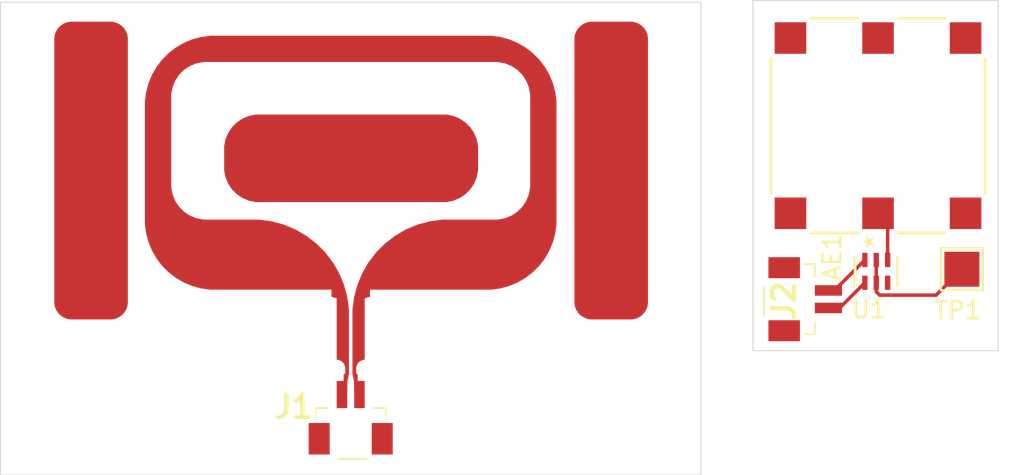
<source format=kicad_pcb>
(kicad_pcb (version 20241229) (generator "pcbnew") (generator_version "9.0")
  (layers (0 "F.Cu" signal) (2 "B.Cu" signal) (13 "F.Paste" user) (15 "B.Paste" user) (5 "F.SilkS" user "F.Silkscreen") (7 "B.SilkS" user "B.Silkscreen") (1 "F.Mask" user) (3 "B.Mask" user) (25 "Edge.Cuts" user))
  (net 0 "")
  (net 1 "Net-(U1-UNBALANCEDPORT)")
  (net 2 "/D_RFN")
  (net 3 "/C_RFP")
  (net 4 "/C_RFN")
  (net 5 "GND")
  (footprint "kjp_fplib:HHM-6_2P0X1P25" (layer "F.Cu") (at 80.010001 53.630001 -90)
    (property "Reference" "U1" (at 2.169999 0.410001 0) (layer "F.SilkS"))
    (property "Value" "HHM1595A1")
    (fp_line (start -0.8255 1.2065) (end 0.8255 1.2065) (stroke (width 0.1524)) (layer "F.SilkS"))
    (fp_line (start 0.8255 -1.2065) (end -0.8255 -1.2065) (stroke (width 0.1524)) (layer "F.SilkS"))
    (pad "1" smd rect (at -0.649999 -0.649999 270) (size 0.8128 0.3048) (layers "F.Cu" "F.Mask" "F.Paste") (net 1 "Net-(U1-UNBALANCEDPORT)"))
    (pad "2" smd rect (at -0.649999 0 270) (size 0.8128 0.3048) (layers "F.Cu" "F.Mask" "F.Paste") (net 5 "GND"))
    (pad "3" smd rect (at -0.649999 0.649999 270) (size 0.8128 0.3048) (layers "F.Cu" "F.Mask" "F.Paste") (net 4 "/C_RFN"))
    (pad "4" smd rect (at 0.649999 0.649999 270) (size 0.8128 0.3048) (layers "F.Cu" "F.Mask" "F.Paste") (net 3 "/C_RFP"))
    (pad "5" smd rect (at 0.649999 0 270) (size 0.8128 0.3048) (layers "F.Cu" "F.Mask" "F.Paste") (net 5 "GND"))
    (pad "6" smd rect (at 0.649999 -0.649999 270) (size 0.8128 0.3048) (layers "F.Cu" "F.Mask" "F.Paste"))
  )
  (footprint "kjp_fplib:BM02BSRSSTBLFSN" (layer "F.Cu") (at 75.44 55.22 -90)
    (property "Reference" "J2" (at 0.1 0.69 90) (layer "F.SilkS") (effects (font (size 1.27 1.27) (thickness 0.254))))
    (property "Value" "BM02B" (hide yes))
    (fp_line (start -0.7 1.838) (end 0.9 1.838) (stroke (width 0.1)) (layer "F.SilkS"))
    (fp_line (start -2 -1.062) (end -2 -0.437) (stroke (width 0.1)) (layer "F.SilkS"))
    (fp_line (start -1.3 -1.062) (end -2 -1.062) (stroke (width 0.1)) (layer "F.SilkS"))
    (fp_line (start 1.3 -1.062) (end 2 -1.062) (stroke (width 0.1)) (layer "F.SilkS"))
    (fp_line (start 2 -1.062) (end 2 -0.437) (stroke (width 0.1)) (layer "F.SilkS"))
    (pad "1" smd rect (at -0.5 -1.837 270) (size 0.6 1.55) (layers "F.Cu" "F.Mask" "F.Paste") (net 4 "/C_RFN"))
    (pad "2" smd rect (at 0.5 -1.837 270) (size 0.6 1.55) (layers "F.Cu" "F.Mask" "F.Paste") (net 3 "/C_RFP"))
    (pad "MP1" smd rect (at -1.8 0.688 270) (size 1.2 1.8) (layers "F.Cu" "F.Mask" "F.Paste"))
    (pad "MP2" smd rect (at 1.8 0.688 270) (size 1.2 1.8) (layers "F.Cu" "F.Mask" "F.Paste"))
  )
  (footprint "TestPoint:TestPoint_Pad_2.0x2.0mm" (layer "F.Cu") (at 84.9 53.51)
    (property "Reference" "TP1" (at -0.23 2.35 0) (layer "F.SilkS"))
    (property "Value" "TestPoint")
    (fp_line (start -1.2 -1.2) (end 1.2 -1.2) (stroke (width 0.12)) (layer "F.SilkS"))
    (fp_line (start -1.2 1.2) (end -1.2 -1.2) (stroke (width 0.12)) (layer "F.SilkS"))
    (fp_line (start 1.2 -1.2) (end 1.2 1.2) (stroke (width 0.12)) (layer "F.SilkS"))
    (fp_line (start 1.2 1.2) (end -1.2 1.2) (stroke (width 0.12)) (layer "F.SilkS"))
    (pad "1" smd rect (at 0 0) (size 2 2) (layers "F.Cu" "F.Mask") (net 5 "GND"))
  )
  (footprint "kjp_fplib:BM02BSRSSTBLFSN" (layer "F.Cu") (at 50 62.5)
    (property "Reference" "J1" (at -3.25 -1.14 0) (layer "F.SilkS") (effects (font (size 1.27 1.27) (thickness 0.254))))
    (property "Value" "BM02B" (hide yes))
    (fp_line (start -2 -1.062) (end -2 -0.437) (stroke (width 0.1)) (layer "F.SilkS"))
    (fp_line (start -1.3 -1.062) (end -2 -1.062) (stroke (width 0.1)) (layer "F.SilkS"))
    (fp_line (start -0.7 1.838) (end 0.9 1.838) (stroke (width 0.1)) (layer "F.SilkS"))
    (fp_line (start 1.3 -1.062) (end 2 -1.062) (stroke (width 0.1)) (layer "F.SilkS"))
    (fp_line (start 2 -1.062) (end 2 -0.437) (stroke (width 0.1)) (layer "F.SilkS"))
    (pad "1" smd rect (at -0.5 -1.837) (size 0.6 1.55) (layers "F.Cu" "F.Mask" "F.Paste") (net 2 "/D_RFN"))
    (pad "2" smd rect (at 0.5 -1.837) (size 0.6 1.55) (layers "F.Cu" "F.Mask" "F.Paste") (net 2 "/D_RFN"))
    (pad "MP1" smd rect (at -1.8 0.688) (size 1.2 1.8) (layers "F.Cu" "F.Mask" "F.Paste"))
    (pad "MP2" smd rect (at 1.8 0.688) (size 1.2 1.8) (layers "F.Cu" "F.Mask" "F.Paste"))
  )
  (footprint "kjp_fplib:ANT_SMD6_UWC_TAL" (layer "F.Cu") (at 80.11 45.31 90)
    (property "Reference" "AE1" (at -7.51 -2.63 90) (layer "F.SilkS"))
    (property "Value" "UWC.20")
    (fp_line (start 3.852204 -6.1214) (end -3.852204 -6.1214) (stroke (width 0.1524)) (layer "F.SilkS"))
    (fp_line (start -6.1214 -3.845114) (end -6.1214 -1.154886) (stroke (width 0.1524)) (layer "F.SilkS"))
    (fp_line (start 6.1214 -1.154886) (end 6.1214 -3.845114) (stroke (width 0.1524)) (layer "F.SilkS"))
    (fp_line (start -6.1214 1.154886) (end -6.1214 3.845114) (stroke (width 0.1524)) (layer "F.SilkS"))
    (fp_line (start 6.1214 3.845114) (end 6.1214 1.154886) (stroke (width 0.1524)) (layer "F.SilkS"))
    (fp_line (start -3.852204 6.1214) (end 3.852204 6.1214) (stroke (width 0.1524)) (layer "F.SilkS"))
    (fp_text user "*" (at -6.63 -0.21 90) (layer "F.SilkS"))
    (pad "1" smd rect (at -5.0038 0 90) (size 1.8034 1.8034) (layers "F.Cu" "F.Mask" "F.Paste") (net 1 "Net-(U1-UNBALANCEDPORT)"))
    (pad "2" smd rect (at -5.0038 5 90) (size 1.8034 1.8034) (layers "F.Cu" "F.Mask" "F.Paste"))
    (pad "3" smd rect (at 5.0038 5 90) (size 1.8034 1.8034) (layers "F.Cu" "F.Mask" "F.Paste"))
    (pad "4" smd rect (at 5.0038 0 90) (size 1.8034 1.8034) (layers "F.Cu" "F.Mask" "F.Paste"))
    (pad "5" smd rect (at 5.0038 -5 90) (size 1.8034 1.8034) (layers "F.Cu" "F.Mask" "F.Paste"))
    (pad "6" smd rect (at -5.0038 -5 90) (size 1.8034 1.8034) (layers "F.Cu" "F.Mask" "F.Paste"))
  )
  (gr_poly (pts (xy 36.56674 39.41329) (xy 36.74885 39.48873) (xy 36.91268 39.5982) (xy 37.05188 39.73739) (xy 37.16135 39.90122) (xy 37.23679 40.08334) (xy 37.27514 40.27638) (xy 37.27514 40.37493) (xy 37.27514 55.3749) (xy 37.27514 55.47346) (xy 37.23679 55.6665) (xy 37.16135 55.84861) (xy 37.05188 56.01244) (xy 36.91268 56.15164) (xy 36.74885 56.26111) (xy 36.56674 56.33655) (xy 36.3737 56.3749) (xy 36.27514 56.3749) (xy 34.07525 56.3749) (xy 33.9767 56.3749) (xy 33.7834 56.33655) (xy 33.60154 56.26111) (xy 33.43771 56.15164) (xy 33.29826 56.01244) (xy 33.18904 55.84861) (xy 33.11361 55.6665) (xy 33.075 55.47346) (xy 33.07525 55.3749) (xy 33.07525 40.37493) (xy 33.075 40.27638) (xy 33.11361 40.08334) (xy 33.18904 39.90122) (xy 33.29826 39.73739) (xy 33.43771 39.5982) (xy 33.60154 39.48873) (xy 33.7834 39.41329) (xy 33.9767 39.37494) (xy 34.07525 39.37494) (xy 36.3737 39.37494)) (fill yes) (layer "F.Cu"))
  (gr_poly (pts (xy 65.97511 39.37494) (xy 66.07366 39.37494) (xy 66.2667 39.41329) (xy 66.44882 39.48873) (xy 66.61265 39.5982) (xy 66.75184 39.73739) (xy 66.86132 39.90122) (xy 66.93675 40.08334) (xy 66.97511 40.27638) (xy 66.97511 40.37493) (xy 66.97511 55.3749) (xy 66.97511 55.47346) (xy 66.93675 55.6665) (xy 66.86132 55.84861) (xy 66.75184 56.01244) (xy 66.61265 56.15164) (xy 66.44882 56.26111) (xy 66.2667 56.33655) (xy 66.07366 56.3749) (xy 65.97511 56.3749) (xy 63.77522 56.3749) (xy 63.67666 56.3749) (xy 63.48337 56.33655) (xy 63.30151 56.26111) (xy 63.13768 56.15164) (xy 62.99848 56.01244) (xy 62.88901 55.84861) (xy 62.81357 55.66675) (xy 62.77522 55.47346) (xy 62.77522 55.3749) (xy 62.77522 40.37493) (xy 62.77522 40.27638) (xy 62.81357 40.08334) (xy 62.88901 39.90122) (xy 62.99848 39.73739) (xy 63.13768 39.5982) (xy 63.30151 39.48873) (xy 63.48337 39.41329) (xy 63.67666 39.37494) (xy 63.77522 39.37494)) (fill yes) (layer "F.Cu"))
  (gr_poly (pts (xy 58.53204 40.24336) (xy 59.03877 40.379) (xy 59.52315 40.57966) (xy 59.9773 40.84204) (xy 60.3931 41.16106) (xy 60.76394 41.5319) (xy 61.08322 41.94796) (xy 61.34534 42.40185) (xy 61.546 42.88649) (xy 61.68164 43.39296) (xy 61.75022 43.91265) (xy 61.75022 44.17503) (xy 61.75022 50.67489) (xy 61.75022 50.93702) (xy 61.68164 51.45695) (xy 61.546 51.96343) (xy 61.34534 52.44781) (xy 61.08322 52.90196) (xy 60.76394 53.31801) (xy 60.3931 53.68885) (xy 59.9773 54.00788) (xy 59.52315 54.27) (xy 59.03852 54.47066) (xy 58.53204 54.60655) (xy 58.01236 54.67488) (xy 51.1 54.67488) (xy 51.1 55.07493) (xy 50.80003 55.17501) (xy 50.80003 58.67487) (xy 50.70452 58.68427) (xy 50.52799 58.75742) (xy 50.39261 58.8928) (xy 50.31946 59.06933) (xy 50.31006 59.16484) (xy 50.31006 59.175) (xy 50.31006 59.46481) (xy 50.20008 59.97637) (xy 50.1 59.47497) (xy 50.1 59.175) (xy 50.1 56.175) (xy 50.1 55.81432) (xy 50.19424 55.09957) (xy 50.38093 54.4031) (xy 50.65677 53.73711) (xy 51.0172 53.11278) (xy 51.45611 52.54077) (xy 51.96589 52.03099) (xy 52.53789 51.59208) (xy 53.16223 51.23166) (xy 53.82847 50.95556) (xy 54.52494 50.76912) (xy 55.23969 50.67489) (xy 58.2501 50.67489) (xy 58.44619 50.66524) (xy 58.83074 50.58878) (xy 59.19295 50.43867) (xy 59.51883 50.22099) (xy 59.7962 49.94362) (xy 60.01388 49.61774) (xy 60.16399 49.25554) (xy 60.24044 48.87098) (xy 60.2501 48.67489) (xy 60.2501 43.6749) (xy 60.24044 43.47881) (xy 60.16399 43.09426) (xy 60.01388 42.73205) (xy 59.7962 42.40617) (xy 59.51883 42.1288) (xy 59.19295 41.91113) (xy 58.83074 41.76101) (xy 58.44619 41.68456) (xy 58.2501 41.67491) (xy 41.75001 41.67491) (xy 41.55417 41.68456) (xy 41.16962 41.76101) (xy 40.80741 41.91113) (xy 40.48128 42.1288) (xy 40.20416 42.40617) (xy 39.98623 42.73205) (xy 39.83637 43.09426) (xy 39.75966 43.47881) (xy 39.75001 43.6749) (xy 39.75001 48.67489) (xy 39.75966 48.87098) (xy 39.83637 49.25554) (xy 39.98623 49.61774) (xy 40.20416 49.94362) (xy 40.48128 50.22099) (xy 40.80741 50.43867) (xy 41.16962 50.58878) (xy 41.55417 50.66524) (xy 41.75001 50.67489) (xy 44.40024 50.67489) (xy 44.76067 50.67489) (xy 45.47542 50.76912) (xy 46.17189 50.95556) (xy 46.83788 51.23166) (xy 47.46221 51.59208) (xy 48.03422 52.03099) (xy 48.54425 52.54077) (xy 48.98291 53.11278) (xy 49.34359 53.73711) (xy 49.61943 54.4031) (xy 49.80612 55.09957) (xy 49.9001 55.81432) (xy 49.9001 56.175) (xy 49.9001 59.175) (xy 49.9001 59.47497) (xy 49.80003 59.97637) (xy 49.69005 59.46481) (xy 49.69005 59.175) (xy 49.69005 59.16484) (xy 49.68065 59.06933) (xy 49.6075 58.8928) (xy 49.47237 58.75742) (xy 49.29584 58.68427) (xy 49.20008 58.67487) (xy 49.20008 55.17501) (xy 48.90011 55.07493) (xy 48.90011 54.67488) (xy 42.25013 54.67488) (xy 41.988 54.67488) (xy 41.46807 54.60655) (xy 40.96159 54.47066) (xy 40.47721 54.27) (xy 40.02306 54.00788) (xy 39.60701 53.68885) (xy 39.23642 53.31801) (xy 38.91714 52.90196) (xy 38.65502 52.44781) (xy 38.45436 51.96343) (xy 38.31847 51.45695) (xy 38.25014 50.93702) (xy 38.25014 50.67489) (xy 38.25014 44.17503) (xy 38.25014 43.91265) (xy 38.31847 43.39296) (xy 38.45436 42.88649) (xy 38.65502 42.40211) (xy 38.91714 41.94796) (xy 39.23642 41.5319) (xy 39.60701 41.16106) (xy 40.02306 40.84204) (xy 40.47721 40.57966) (xy 40.96159 40.379) (xy 41.46807 40.24336) (xy 41.988 40.17504) (xy 57.75023 40.17504) (xy 58.01236 40.17504)) (fill yes) (layer "F.Cu") (net 2))
  (gr_poly (pts (xy 55.85854 44.75186) (xy 56.22253 44.90248) (xy 56.54993 45.12143) (xy 56.82857 45.40007) (xy 57.04752 45.72748) (xy 57.19839 46.09146) (xy 57.2751 46.47805) (xy 57.2751 46.6749) (xy 57.2751 47.67489) (xy 57.2751 47.872) (xy 57.19839 48.25833) (xy 57.04752 48.62231) (xy 56.82857 48.94972) (xy 56.54993 49.22836) (xy 56.22253 49.44731) (xy 55.85854 49.59818) (xy 55.47221 49.67489) (xy 55.27511 49.67489) (xy 44.775 49.67489) (xy 44.57815 49.67489) (xy 44.19182 49.59818) (xy 43.82783 49.44731) (xy 43.50017 49.22836) (xy 43.22154 48.94972) (xy 43.00284 48.62231) (xy 42.85197 48.25833) (xy 42.775 47.872) (xy 42.775 47.67489) (xy 42.775 46.6749) (xy 42.775 46.47805) (xy 42.85197 46.09146) (xy 43.00284 45.72748) (xy 43.22154 45.40007) (xy 43.50017 45.12143) (xy 43.82783 44.90248) (xy 44.19182 44.75186) (xy 44.57815 44.6749) (xy 44.775 44.6749) (xy 55.27511 44.6749) (xy 55.47221 44.6749)) (fill yes) (layer "F.Cu"))
  (gr_rect (start 30 38.2625) (end 70 65.2625) (stroke (width 0.05)) (fill no) (layer "Edge.Cuts"))
  (gr_rect (start 72.97 38.16) (end 86.97 58.16) (stroke (width 0.05)) (fill no) (layer "Edge.Cuts"))
  (segment (start 80.66 50.8638) (end 80.11 50.3138) (width 0.2) (layer "F.Cu") (net 1))
  (segment (start 80.66 52.980002) (end 80.66 50.8638) (width 0.2) (layer "F.Cu") (net 1))
  (segment (start 49.5 60.663) (end 49.7 60.463) (width 0.2) (layer "F.Cu") (net 2))
  (segment (start 49.7 60.463) (end 49.7 59.58) (width 0.2) (layer "F.Cu") (net 2))
  (segment (start 50.3 60.463) (end 50.3 59.57) (width 0.2) (layer "F.Cu") (net 2))
  (segment (start 50.3 59.57) (end 50.2 59.47) (width 0.2) (layer "F.Cu") (net 2))
  (segment (start 50.5 60.663) (end 50.3 60.463) (width 0.2) (layer "F.Cu") (net 2))
  (segment (start 49.7 59.58) (end 49.77 59.51) (width 0.2) (layer "F.Cu") (net 2))
  (segment (start 77.277 55.72) (end 77.920002 55.72) (width 0.2) (layer "F.Cu") (net 3))
  (segment (start 77.920002 55.72) (end 79.360002 54.28) (width 0.2) (layer "F.Cu") (net 3))
  (segment (start 77.620004 54.72) (end 79.360002 52.980002) (width 0.2) (layer "F.Cu") (net 4))
  (segment (start 77.277 54.72) (end 77.620004 54.72) (width 0.2) (layer "F.Cu") (net 4))
  (segment (start 80.010001 54.790801) (end 80.2066 54.9874) (width 0.2) (layer "F.Cu") (net 5))
  (segment (start 80.2066 54.9874) (end 83.4226 54.9874) (width 0.2) (layer "F.Cu") (net 5))
  (segment (start 80.010001 54.28) (end 80.010001 54.790801) (width 0.2) (layer "F.Cu") (net 5))
  (segment (start 80.010001 54.28) (end 80.010001 52.980002) (width 0.2) (layer "F.Cu") (net 5))
  (segment (start 83.4226 54.9874) (end 84.9 53.51) (width 0.2) (layer "F.Cu") (net 5))
)
</source>
